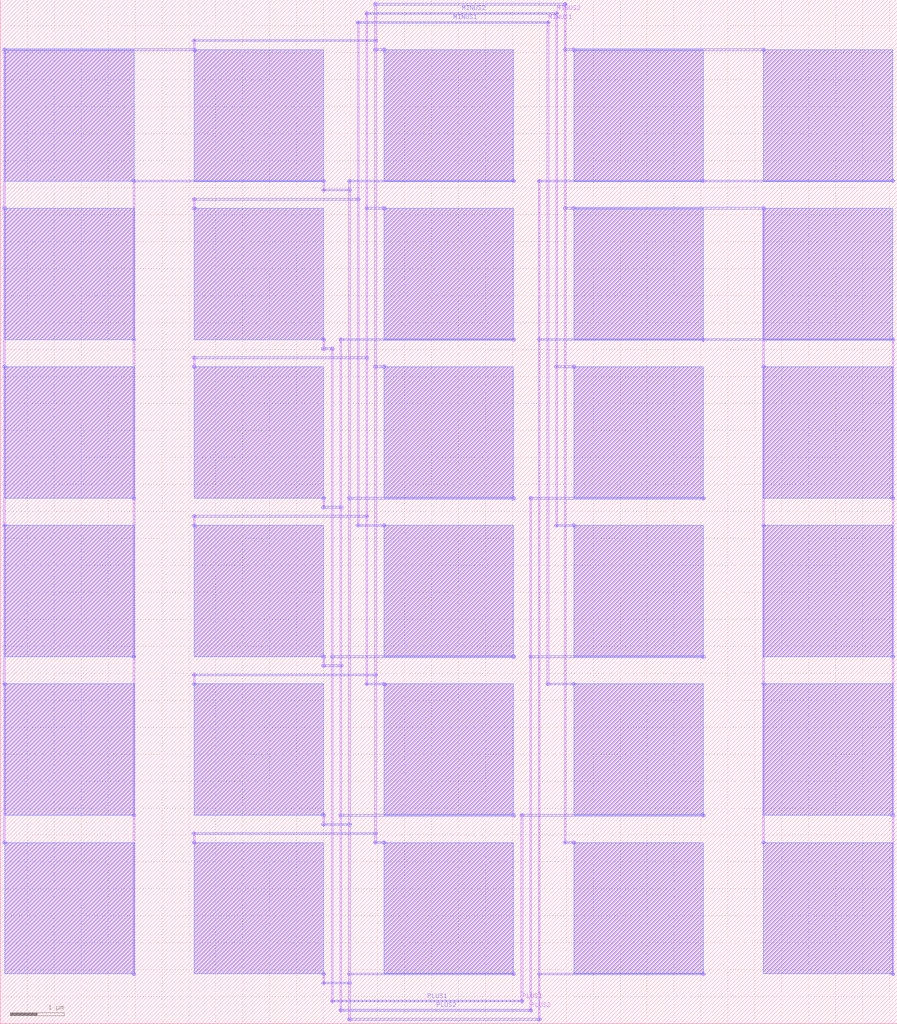
<source format=lef>
MACRO Cap_30fF_Cap_60fF
  ORIGIN 0 0 ;
  FOREIGN Cap_30fF_Cap_60fF 0 0 ;
  SIZE 16.64 BY 18.984 ;
  PIN MINUS1
    DIRECTION INOUT ;
    USE SIGNAL ;
    PORT 
      LAYER M1 ;
        RECT 6.624 18.528 6.656 18.6 ;
      LAYER M2 ;
        RECT 6.604 18.548 6.676 18.58 ;
      LAYER M1 ;
        RECT 10.144 18.528 10.176 18.6 ;
      LAYER M2 ;
        RECT 10.124 18.548 10.196 18.58 ;
      LAYER M2 ;
        RECT 6.64 18.548 10.16 18.58 ;
    END
  END MINUS1
  PIN PLUS1
    DIRECTION INOUT ;
    USE SIGNAL ;
    PORT 
      LAYER M1 ;
        RECT 6.144 0.384 6.176 0.456 ;
      LAYER M2 ;
        RECT 6.124 0.404 6.196 0.436 ;
      LAYER M1 ;
        RECT 9.664 0.384 9.696 0.456 ;
      LAYER M2 ;
        RECT 9.644 0.404 9.716 0.436 ;
      LAYER M2 ;
        RECT 6.16 0.404 9.68 0.436 ;
    END
  END PLUS1
  PIN MINUS2
    DIRECTION INOUT ;
    USE SIGNAL ;
    PORT 
      LAYER M1 ;
        RECT 6.784 18.696 6.816 18.768 ;
      LAYER M2 ;
        RECT 6.764 18.716 6.836 18.748 ;
      LAYER M1 ;
        RECT 10.304 18.696 10.336 18.768 ;
      LAYER M2 ;
        RECT 10.284 18.716 10.356 18.748 ;
      LAYER M2 ;
        RECT 6.8 18.716 10.32 18.748 ;
    END
  END MINUS2
  PIN PLUS2
    DIRECTION INOUT ;
    USE SIGNAL ;
    PORT 
      LAYER M1 ;
        RECT 6.304 0.216 6.336 0.288 ;
      LAYER M2 ;
        RECT 6.284 0.236 6.356 0.268 ;
      LAYER M1 ;
        RECT 9.824 0.216 9.856 0.288 ;
      LAYER M2 ;
        RECT 9.804 0.236 9.876 0.268 ;
      LAYER M2 ;
        RECT 6.32 0.236 9.84 0.268 ;
    END
  END PLUS2
  OBS 
  LAYER M1 ;
        RECT 9.504 6.768 9.536 6.84 ;
  LAYER M2 ;
        RECT 9.484 6.788 9.556 6.82 ;
  LAYER M2 ;
        RECT 6.16 6.788 9.52 6.82 ;
  LAYER M1 ;
        RECT 6.144 6.768 6.176 6.84 ;
  LAYER M2 ;
        RECT 6.124 6.788 6.196 6.82 ;
  LAYER M1 ;
        RECT 5.984 12.648 6.016 12.72 ;
  LAYER M2 ;
        RECT 5.964 12.668 6.036 12.7 ;
  LAYER M1 ;
        RECT 5.984 12.516 6.016 12.684 ;
  LAYER M1 ;
        RECT 5.984 12.48 6.016 12.552 ;
  LAYER M2 ;
        RECT 5.964 12.5 6.036 12.532 ;
  LAYER M2 ;
        RECT 6 12.5 6.16 12.532 ;
  LAYER M1 ;
        RECT 6.144 12.48 6.176 12.552 ;
  LAYER M2 ;
        RECT 6.124 12.5 6.196 12.532 ;
  LAYER M1 ;
        RECT 6.144 0.384 6.176 0.456 ;
  LAYER M2 ;
        RECT 6.124 0.404 6.196 0.436 ;
  LAYER M1 ;
        RECT 6.144 0.42 6.176 0.588 ;
  LAYER M1 ;
        RECT 6.144 0.588 6.176 12.516 ;
  LAYER M1 ;
        RECT 13.024 3.828 13.056 3.9 ;
  LAYER M2 ;
        RECT 13.004 3.848 13.076 3.88 ;
  LAYER M2 ;
        RECT 9.68 3.848 13.04 3.88 ;
  LAYER M1 ;
        RECT 9.664 3.828 9.696 3.9 ;
  LAYER M2 ;
        RECT 9.644 3.848 9.716 3.88 ;
  LAYER M1 ;
        RECT 9.664 0.384 9.696 0.456 ;
  LAYER M2 ;
        RECT 9.644 0.404 9.716 0.436 ;
  LAYER M1 ;
        RECT 9.664 0.42 9.696 0.588 ;
  LAYER M1 ;
        RECT 9.664 0.588 9.696 3.864 ;
  LAYER M2 ;
        RECT 6.16 0.404 9.68 0.436 ;
  LAYER M1 ;
        RECT 5.984 6.768 6.016 6.84 ;
  LAYER M2 ;
        RECT 5.964 6.788 6.036 6.82 ;
  LAYER M1 ;
        RECT 5.984 6.636 6.016 6.804 ;
  LAYER M1 ;
        RECT 5.984 6.6 6.016 6.672 ;
  LAYER M2 ;
        RECT 5.964 6.62 6.036 6.652 ;
  LAYER M2 ;
        RECT 6 6.62 6.32 6.652 ;
  LAYER M1 ;
        RECT 6.304 6.6 6.336 6.672 ;
  LAYER M2 ;
        RECT 6.284 6.62 6.356 6.652 ;
  LAYER M1 ;
        RECT 5.984 9.708 6.016 9.78 ;
  LAYER M2 ;
        RECT 5.964 9.728 6.036 9.76 ;
  LAYER M1 ;
        RECT 5.984 9.576 6.016 9.744 ;
  LAYER M1 ;
        RECT 5.984 9.54 6.016 9.612 ;
  LAYER M2 ;
        RECT 5.964 9.56 6.036 9.592 ;
  LAYER M2 ;
        RECT 6 9.56 6.32 9.592 ;
  LAYER M1 ;
        RECT 6.304 9.54 6.336 9.612 ;
  LAYER M2 ;
        RECT 6.284 9.56 6.356 9.592 ;
  LAYER M1 ;
        RECT 9.504 3.828 9.536 3.9 ;
  LAYER M2 ;
        RECT 9.484 3.848 9.556 3.88 ;
  LAYER M2 ;
        RECT 6.32 3.848 9.52 3.88 ;
  LAYER M1 ;
        RECT 6.304 3.828 6.336 3.9 ;
  LAYER M2 ;
        RECT 6.284 3.848 6.356 3.88 ;
  LAYER M1 ;
        RECT 9.504 12.648 9.536 12.72 ;
  LAYER M2 ;
        RECT 9.484 12.668 9.556 12.7 ;
  LAYER M2 ;
        RECT 6.32 12.668 9.52 12.7 ;
  LAYER M1 ;
        RECT 6.304 12.648 6.336 12.72 ;
  LAYER M2 ;
        RECT 6.284 12.668 6.356 12.7 ;
  LAYER M1 ;
        RECT 6.304 0.216 6.336 0.288 ;
  LAYER M2 ;
        RECT 6.284 0.236 6.356 0.268 ;
  LAYER M1 ;
        RECT 6.304 0.252 6.336 0.588 ;
  LAYER M1 ;
        RECT 6.304 0.588 6.336 12.684 ;
  LAYER M1 ;
        RECT 13.024 9.708 13.056 9.78 ;
  LAYER M2 ;
        RECT 13.004 9.728 13.076 9.76 ;
  LAYER M2 ;
        RECT 9.84 9.728 13.04 9.76 ;
  LAYER M1 ;
        RECT 9.824 9.708 9.856 9.78 ;
  LAYER M2 ;
        RECT 9.804 9.728 9.876 9.76 ;
  LAYER M1 ;
        RECT 13.024 6.768 13.056 6.84 ;
  LAYER M2 ;
        RECT 13.004 6.788 13.076 6.82 ;
  LAYER M2 ;
        RECT 9.84 6.788 13.04 6.82 ;
  LAYER M1 ;
        RECT 9.824 6.768 9.856 6.84 ;
  LAYER M2 ;
        RECT 9.804 6.788 9.876 6.82 ;
  LAYER M1 ;
        RECT 9.824 0.216 9.856 0.288 ;
  LAYER M2 ;
        RECT 9.804 0.236 9.876 0.268 ;
  LAYER M1 ;
        RECT 9.824 0.252 9.856 0.588 ;
  LAYER M1 ;
        RECT 9.824 0.588 9.856 9.744 ;
  LAYER M2 ;
        RECT 6.32 0.236 9.84 0.268 ;
  LAYER M1 ;
        RECT 5.984 0.888 6.016 0.96 ;
  LAYER M2 ;
        RECT 5.964 0.908 6.036 0.94 ;
  LAYER M1 ;
        RECT 5.984 0.756 6.016 0.924 ;
  LAYER M1 ;
        RECT 5.984 0.72 6.016 0.792 ;
  LAYER M2 ;
        RECT 5.964 0.74 6.036 0.772 ;
  LAYER M2 ;
        RECT 6 0.74 6.48 0.772 ;
  LAYER M1 ;
        RECT 6.464 0.72 6.496 0.792 ;
  LAYER M2 ;
        RECT 6.444 0.74 6.516 0.772 ;
  LAYER M1 ;
        RECT 5.984 3.828 6.016 3.9 ;
  LAYER M2 ;
        RECT 5.964 3.848 6.036 3.88 ;
  LAYER M1 ;
        RECT 5.984 3.696 6.016 3.864 ;
  LAYER M1 ;
        RECT 5.984 3.66 6.016 3.732 ;
  LAYER M2 ;
        RECT 5.964 3.68 6.036 3.712 ;
  LAYER M2 ;
        RECT 6 3.68 6.48 3.712 ;
  LAYER M1 ;
        RECT 6.464 3.66 6.496 3.732 ;
  LAYER M2 ;
        RECT 6.444 3.68 6.516 3.712 ;
  LAYER M1 ;
        RECT 5.984 15.588 6.016 15.66 ;
  LAYER M2 ;
        RECT 5.964 15.608 6.036 15.64 ;
  LAYER M1 ;
        RECT 5.984 15.456 6.016 15.624 ;
  LAYER M1 ;
        RECT 5.984 15.42 6.016 15.492 ;
  LAYER M2 ;
        RECT 5.964 15.44 6.036 15.472 ;
  LAYER M2 ;
        RECT 6 15.44 6.48 15.472 ;
  LAYER M1 ;
        RECT 6.464 15.42 6.496 15.492 ;
  LAYER M2 ;
        RECT 6.444 15.44 6.516 15.472 ;
  LAYER M1 ;
        RECT 9.504 0.888 9.536 0.96 ;
  LAYER M2 ;
        RECT 9.484 0.908 9.556 0.94 ;
  LAYER M2 ;
        RECT 6.48 0.908 9.52 0.94 ;
  LAYER M1 ;
        RECT 6.464 0.888 6.496 0.96 ;
  LAYER M2 ;
        RECT 6.444 0.908 6.516 0.94 ;
  LAYER M1 ;
        RECT 9.504 9.708 9.536 9.78 ;
  LAYER M2 ;
        RECT 9.484 9.728 9.556 9.76 ;
  LAYER M2 ;
        RECT 6.48 9.728 9.52 9.76 ;
  LAYER M1 ;
        RECT 6.464 9.708 6.496 9.78 ;
  LAYER M2 ;
        RECT 6.444 9.728 6.516 9.76 ;
  LAYER M1 ;
        RECT 9.504 15.588 9.536 15.66 ;
  LAYER M2 ;
        RECT 9.484 15.608 9.556 15.64 ;
  LAYER M2 ;
        RECT 6.48 15.608 9.52 15.64 ;
  LAYER M1 ;
        RECT 6.464 15.588 6.496 15.66 ;
  LAYER M2 ;
        RECT 6.444 15.608 6.516 15.64 ;
  LAYER M1 ;
        RECT 6.464 0.048 6.496 0.12 ;
  LAYER M2 ;
        RECT 6.444 0.068 6.516 0.1 ;
  LAYER M1 ;
        RECT 6.464 0.084 6.496 0.588 ;
  LAYER M1 ;
        RECT 6.464 0.588 6.496 15.624 ;
  LAYER M1 ;
        RECT 13.024 0.888 13.056 0.96 ;
  LAYER M2 ;
        RECT 13.004 0.908 13.076 0.94 ;
  LAYER M2 ;
        RECT 10 0.908 13.04 0.94 ;
  LAYER M1 ;
        RECT 9.984 0.888 10.016 0.96 ;
  LAYER M2 ;
        RECT 9.964 0.908 10.036 0.94 ;
  LAYER M1 ;
        RECT 13.024 12.648 13.056 12.72 ;
  LAYER M2 ;
        RECT 13.004 12.668 13.076 12.7 ;
  LAYER M2 ;
        RECT 10 12.668 13.04 12.7 ;
  LAYER M1 ;
        RECT 9.984 12.648 10.016 12.72 ;
  LAYER M2 ;
        RECT 9.964 12.668 10.036 12.7 ;
  LAYER M1 ;
        RECT 13.024 15.588 13.056 15.66 ;
  LAYER M2 ;
        RECT 13.004 15.608 13.076 15.64 ;
  LAYER M2 ;
        RECT 10 15.608 13.04 15.64 ;
  LAYER M1 ;
        RECT 9.984 15.588 10.016 15.66 ;
  LAYER M2 ;
        RECT 9.964 15.608 10.036 15.64 ;
  LAYER M1 ;
        RECT 9.984 0.048 10.016 0.12 ;
  LAYER M2 ;
        RECT 9.964 0.068 10.036 0.1 ;
  LAYER M1 ;
        RECT 9.984 0.084 10.016 0.588 ;
  LAYER M1 ;
        RECT 9.984 0.588 10.016 15.624 ;
  LAYER M2 ;
        RECT 6.48 0.068 10 0.1 ;
  LAYER M1 ;
        RECT 2.464 15.588 2.496 15.66 ;
  LAYER M2 ;
        RECT 2.444 15.608 2.516 15.64 ;
  LAYER M2 ;
        RECT 2.48 15.608 6 15.64 ;
  LAYER M1 ;
        RECT 5.984 15.588 6.016 15.66 ;
  LAYER M2 ;
        RECT 5.964 15.608 6.036 15.64 ;
  LAYER M1 ;
        RECT 2.464 12.648 2.496 12.72 ;
  LAYER M2 ;
        RECT 2.444 12.668 2.516 12.7 ;
  LAYER M1 ;
        RECT 2.464 12.684 2.496 15.624 ;
  LAYER M1 ;
        RECT 2.464 15.588 2.496 15.66 ;
  LAYER M2 ;
        RECT 2.444 15.608 2.516 15.64 ;
  LAYER M1 ;
        RECT 2.464 9.708 2.496 9.78 ;
  LAYER M2 ;
        RECT 2.444 9.728 2.516 9.76 ;
  LAYER M1 ;
        RECT 2.464 9.744 2.496 12.684 ;
  LAYER M1 ;
        RECT 2.464 12.648 2.496 12.72 ;
  LAYER M2 ;
        RECT 2.444 12.668 2.516 12.7 ;
  LAYER M1 ;
        RECT 2.464 6.768 2.496 6.84 ;
  LAYER M2 ;
        RECT 2.444 6.788 2.516 6.82 ;
  LAYER M1 ;
        RECT 2.464 6.804 2.496 9.744 ;
  LAYER M1 ;
        RECT 2.464 9.708 2.496 9.78 ;
  LAYER M2 ;
        RECT 2.444 9.728 2.516 9.76 ;
  LAYER M1 ;
        RECT 2.464 3.828 2.496 3.9 ;
  LAYER M2 ;
        RECT 2.444 3.848 2.516 3.88 ;
  LAYER M1 ;
        RECT 2.464 3.864 2.496 6.804 ;
  LAYER M1 ;
        RECT 2.464 6.768 2.496 6.84 ;
  LAYER M2 ;
        RECT 2.444 6.788 2.516 6.82 ;
  LAYER M1 ;
        RECT 2.464 0.888 2.496 0.96 ;
  LAYER M2 ;
        RECT 2.444 0.908 2.516 0.94 ;
  LAYER M1 ;
        RECT 2.464 0.924 2.496 3.864 ;
  LAYER M1 ;
        RECT 2.464 3.828 2.496 3.9 ;
  LAYER M2 ;
        RECT 2.444 3.848 2.516 3.88 ;
  LAYER M1 ;
        RECT 16.544 15.588 16.576 15.66 ;
  LAYER M2 ;
        RECT 16.524 15.608 16.596 15.64 ;
  LAYER M2 ;
        RECT 13.04 15.608 16.56 15.64 ;
  LAYER M1 ;
        RECT 13.024 15.588 13.056 15.66 ;
  LAYER M2 ;
        RECT 13.004 15.608 13.076 15.64 ;
  LAYER M1 ;
        RECT 16.544 12.648 16.576 12.72 ;
  LAYER M2 ;
        RECT 16.524 12.668 16.596 12.7 ;
  LAYER M2 ;
        RECT 13.04 12.668 16.56 12.7 ;
  LAYER M1 ;
        RECT 13.024 12.648 13.056 12.72 ;
  LAYER M2 ;
        RECT 13.004 12.668 13.076 12.7 ;
  LAYER M1 ;
        RECT 16.544 9.708 16.576 9.78 ;
  LAYER M2 ;
        RECT 16.524 9.728 16.596 9.76 ;
  LAYER M1 ;
        RECT 16.544 9.744 16.576 12.684 ;
  LAYER M1 ;
        RECT 16.544 12.648 16.576 12.72 ;
  LAYER M2 ;
        RECT 16.524 12.668 16.596 12.7 ;
  LAYER M1 ;
        RECT 16.544 6.768 16.576 6.84 ;
  LAYER M2 ;
        RECT 16.524 6.788 16.596 6.82 ;
  LAYER M1 ;
        RECT 16.544 6.804 16.576 9.744 ;
  LAYER M1 ;
        RECT 16.544 9.708 16.576 9.78 ;
  LAYER M2 ;
        RECT 16.524 9.728 16.596 9.76 ;
  LAYER M1 ;
        RECT 16.544 3.828 16.576 3.9 ;
  LAYER M2 ;
        RECT 16.524 3.848 16.596 3.88 ;
  LAYER M1 ;
        RECT 16.544 3.864 16.576 6.804 ;
  LAYER M1 ;
        RECT 16.544 6.768 16.576 6.84 ;
  LAYER M2 ;
        RECT 16.524 6.788 16.596 6.82 ;
  LAYER M1 ;
        RECT 16.544 0.888 16.576 0.96 ;
  LAYER M2 ;
        RECT 16.524 0.908 16.596 0.94 ;
  LAYER M1 ;
        RECT 16.544 0.924 16.576 3.864 ;
  LAYER M1 ;
        RECT 16.544 3.828 16.576 3.9 ;
  LAYER M2 ;
        RECT 16.524 3.848 16.596 3.88 ;
  LAYER M1 ;
        RECT 7.104 9.204 7.136 9.276 ;
  LAYER M2 ;
        RECT 7.084 9.224 7.156 9.256 ;
  LAYER M2 ;
        RECT 6.64 9.224 7.12 9.256 ;
  LAYER M1 ;
        RECT 6.624 9.204 6.656 9.276 ;
  LAYER M2 ;
        RECT 6.604 9.224 6.676 9.256 ;
  LAYER M1 ;
        RECT 3.584 15.084 3.616 15.156 ;
  LAYER M2 ;
        RECT 3.564 15.104 3.636 15.136 ;
  LAYER M1 ;
        RECT 3.584 15.12 3.616 15.288 ;
  LAYER M1 ;
        RECT 3.584 15.252 3.616 15.324 ;
  LAYER M2 ;
        RECT 3.564 15.272 3.636 15.304 ;
  LAYER M2 ;
        RECT 3.6 15.272 6.64 15.304 ;
  LAYER M1 ;
        RECT 6.624 15.252 6.656 15.324 ;
  LAYER M2 ;
        RECT 6.604 15.272 6.676 15.304 ;
  LAYER M1 ;
        RECT 6.624 18.528 6.656 18.6 ;
  LAYER M2 ;
        RECT 6.604 18.548 6.676 18.58 ;
  LAYER M1 ;
        RECT 6.624 18.396 6.656 18.564 ;
  LAYER M1 ;
        RECT 6.624 9.24 6.656 18.396 ;
  LAYER M1 ;
        RECT 10.624 6.264 10.656 6.336 ;
  LAYER M2 ;
        RECT 10.604 6.284 10.676 6.316 ;
  LAYER M2 ;
        RECT 10.16 6.284 10.64 6.316 ;
  LAYER M1 ;
        RECT 10.144 6.264 10.176 6.336 ;
  LAYER M2 ;
        RECT 10.124 6.284 10.196 6.316 ;
  LAYER M1 ;
        RECT 10.144 18.528 10.176 18.6 ;
  LAYER M2 ;
        RECT 10.124 18.548 10.196 18.58 ;
  LAYER M1 ;
        RECT 10.144 18.396 10.176 18.564 ;
  LAYER M1 ;
        RECT 10.144 6.3 10.176 18.396 ;
  LAYER M2 ;
        RECT 6.64 18.548 10.16 18.58 ;
  LAYER M1 ;
        RECT 3.584 9.204 3.616 9.276 ;
  LAYER M2 ;
        RECT 3.564 9.224 3.636 9.256 ;
  LAYER M1 ;
        RECT 3.584 9.24 3.616 9.408 ;
  LAYER M1 ;
        RECT 3.584 9.372 3.616 9.444 ;
  LAYER M2 ;
        RECT 3.564 9.392 3.636 9.424 ;
  LAYER M2 ;
        RECT 3.6 9.392 6.8 9.424 ;
  LAYER M1 ;
        RECT 6.784 9.372 6.816 9.444 ;
  LAYER M2 ;
        RECT 6.764 9.392 6.836 9.424 ;
  LAYER M1 ;
        RECT 3.584 12.144 3.616 12.216 ;
  LAYER M2 ;
        RECT 3.564 12.164 3.636 12.196 ;
  LAYER M1 ;
        RECT 3.584 12.18 3.616 12.348 ;
  LAYER M1 ;
        RECT 3.584 12.312 3.616 12.384 ;
  LAYER M2 ;
        RECT 3.564 12.332 3.636 12.364 ;
  LAYER M2 ;
        RECT 3.6 12.332 6.8 12.364 ;
  LAYER M1 ;
        RECT 6.784 12.312 6.816 12.384 ;
  LAYER M2 ;
        RECT 6.764 12.332 6.836 12.364 ;
  LAYER M1 ;
        RECT 7.104 6.264 7.136 6.336 ;
  LAYER M2 ;
        RECT 7.084 6.284 7.156 6.316 ;
  LAYER M2 ;
        RECT 6.8 6.284 7.12 6.316 ;
  LAYER M1 ;
        RECT 6.784 6.264 6.816 6.336 ;
  LAYER M2 ;
        RECT 6.764 6.284 6.836 6.316 ;
  LAYER M1 ;
        RECT 7.104 15.084 7.136 15.156 ;
  LAYER M2 ;
        RECT 7.084 15.104 7.156 15.136 ;
  LAYER M2 ;
        RECT 6.8 15.104 7.12 15.136 ;
  LAYER M1 ;
        RECT 6.784 15.084 6.816 15.156 ;
  LAYER M2 ;
        RECT 6.764 15.104 6.836 15.136 ;
  LAYER M1 ;
        RECT 6.784 18.696 6.816 18.768 ;
  LAYER M2 ;
        RECT 6.764 18.716 6.836 18.748 ;
  LAYER M1 ;
        RECT 6.784 18.396 6.816 18.732 ;
  LAYER M1 ;
        RECT 6.784 6.3 6.816 18.396 ;
  LAYER M1 ;
        RECT 10.624 12.144 10.656 12.216 ;
  LAYER M2 ;
        RECT 10.604 12.164 10.676 12.196 ;
  LAYER M2 ;
        RECT 10.32 12.164 10.64 12.196 ;
  LAYER M1 ;
        RECT 10.304 12.144 10.336 12.216 ;
  LAYER M2 ;
        RECT 10.284 12.164 10.356 12.196 ;
  LAYER M1 ;
        RECT 10.624 9.204 10.656 9.276 ;
  LAYER M2 ;
        RECT 10.604 9.224 10.676 9.256 ;
  LAYER M2 ;
        RECT 10.32 9.224 10.64 9.256 ;
  LAYER M1 ;
        RECT 10.304 9.204 10.336 9.276 ;
  LAYER M2 ;
        RECT 10.284 9.224 10.356 9.256 ;
  LAYER M1 ;
        RECT 10.304 18.696 10.336 18.768 ;
  LAYER M2 ;
        RECT 10.284 18.716 10.356 18.748 ;
  LAYER M1 ;
        RECT 10.304 18.396 10.336 18.732 ;
  LAYER M1 ;
        RECT 10.304 9.24 10.336 18.396 ;
  LAYER M2 ;
        RECT 6.8 18.716 10.32 18.748 ;
  LAYER M1 ;
        RECT 3.584 3.324 3.616 3.396 ;
  LAYER M2 ;
        RECT 3.564 3.344 3.636 3.376 ;
  LAYER M1 ;
        RECT 3.584 3.36 3.616 3.528 ;
  LAYER M1 ;
        RECT 3.584 3.492 3.616 3.564 ;
  LAYER M2 ;
        RECT 3.564 3.512 3.636 3.544 ;
  LAYER M2 ;
        RECT 3.6 3.512 6.96 3.544 ;
  LAYER M1 ;
        RECT 6.944 3.492 6.976 3.564 ;
  LAYER M2 ;
        RECT 6.924 3.512 6.996 3.544 ;
  LAYER M1 ;
        RECT 3.584 6.264 3.616 6.336 ;
  LAYER M2 ;
        RECT 3.564 6.284 3.636 6.316 ;
  LAYER M1 ;
        RECT 3.584 6.3 3.616 6.468 ;
  LAYER M1 ;
        RECT 3.584 6.432 3.616 6.504 ;
  LAYER M2 ;
        RECT 3.564 6.452 3.636 6.484 ;
  LAYER M2 ;
        RECT 3.6 6.452 6.96 6.484 ;
  LAYER M1 ;
        RECT 6.944 6.432 6.976 6.504 ;
  LAYER M2 ;
        RECT 6.924 6.452 6.996 6.484 ;
  LAYER M1 ;
        RECT 3.584 18.024 3.616 18.096 ;
  LAYER M2 ;
        RECT 3.564 18.044 3.636 18.076 ;
  LAYER M1 ;
        RECT 3.584 18.06 3.616 18.228 ;
  LAYER M1 ;
        RECT 3.584 18.192 3.616 18.264 ;
  LAYER M2 ;
        RECT 3.564 18.212 3.636 18.244 ;
  LAYER M2 ;
        RECT 3.6 18.212 6.96 18.244 ;
  LAYER M1 ;
        RECT 6.944 18.192 6.976 18.264 ;
  LAYER M2 ;
        RECT 6.924 18.212 6.996 18.244 ;
  LAYER M1 ;
        RECT 7.104 3.324 7.136 3.396 ;
  LAYER M2 ;
        RECT 7.084 3.344 7.156 3.376 ;
  LAYER M2 ;
        RECT 6.96 3.344 7.12 3.376 ;
  LAYER M1 ;
        RECT 6.944 3.324 6.976 3.396 ;
  LAYER M2 ;
        RECT 6.924 3.344 6.996 3.376 ;
  LAYER M1 ;
        RECT 7.104 12.144 7.136 12.216 ;
  LAYER M2 ;
        RECT 7.084 12.164 7.156 12.196 ;
  LAYER M2 ;
        RECT 6.96 12.164 7.12 12.196 ;
  LAYER M1 ;
        RECT 6.944 12.144 6.976 12.216 ;
  LAYER M2 ;
        RECT 6.924 12.164 6.996 12.196 ;
  LAYER M1 ;
        RECT 7.104 18.024 7.136 18.096 ;
  LAYER M2 ;
        RECT 7.084 18.044 7.156 18.076 ;
  LAYER M2 ;
        RECT 6.96 18.044 7.12 18.076 ;
  LAYER M1 ;
        RECT 6.944 18.024 6.976 18.096 ;
  LAYER M2 ;
        RECT 6.924 18.044 6.996 18.076 ;
  LAYER M1 ;
        RECT 6.944 18.864 6.976 18.936 ;
  LAYER M2 ;
        RECT 6.924 18.884 6.996 18.916 ;
  LAYER M1 ;
        RECT 6.944 18.396 6.976 18.9 ;
  LAYER M1 ;
        RECT 6.944 3.36 6.976 18.396 ;
  LAYER M1 ;
        RECT 10.624 3.324 10.656 3.396 ;
  LAYER M2 ;
        RECT 10.604 3.344 10.676 3.376 ;
  LAYER M2 ;
        RECT 10.48 3.344 10.64 3.376 ;
  LAYER M1 ;
        RECT 10.464 3.324 10.496 3.396 ;
  LAYER M2 ;
        RECT 10.444 3.344 10.516 3.376 ;
  LAYER M1 ;
        RECT 10.624 15.084 10.656 15.156 ;
  LAYER M2 ;
        RECT 10.604 15.104 10.676 15.136 ;
  LAYER M2 ;
        RECT 10.48 15.104 10.64 15.136 ;
  LAYER M1 ;
        RECT 10.464 15.084 10.496 15.156 ;
  LAYER M2 ;
        RECT 10.444 15.104 10.516 15.136 ;
  LAYER M1 ;
        RECT 10.624 18.024 10.656 18.096 ;
  LAYER M2 ;
        RECT 10.604 18.044 10.676 18.076 ;
  LAYER M2 ;
        RECT 10.48 18.044 10.64 18.076 ;
  LAYER M1 ;
        RECT 10.464 18.024 10.496 18.096 ;
  LAYER M2 ;
        RECT 10.444 18.044 10.516 18.076 ;
  LAYER M1 ;
        RECT 10.464 18.864 10.496 18.936 ;
  LAYER M2 ;
        RECT 10.444 18.884 10.516 18.916 ;
  LAYER M1 ;
        RECT 10.464 18.396 10.496 18.9 ;
  LAYER M1 ;
        RECT 10.464 3.36 10.496 18.396 ;
  LAYER M2 ;
        RECT 6.96 18.884 10.48 18.916 ;
  LAYER M1 ;
        RECT 0.064 18.024 0.096 18.096 ;
  LAYER M2 ;
        RECT 0.044 18.044 0.116 18.076 ;
  LAYER M2 ;
        RECT 0.08 18.044 3.6 18.076 ;
  LAYER M1 ;
        RECT 3.584 18.024 3.616 18.096 ;
  LAYER M2 ;
        RECT 3.564 18.044 3.636 18.076 ;
  LAYER M1 ;
        RECT 0.064 15.084 0.096 15.156 ;
  LAYER M2 ;
        RECT 0.044 15.104 0.116 15.136 ;
  LAYER M1 ;
        RECT 0.064 15.12 0.096 18.06 ;
  LAYER M1 ;
        RECT 0.064 18.024 0.096 18.096 ;
  LAYER M2 ;
        RECT 0.044 18.044 0.116 18.076 ;
  LAYER M1 ;
        RECT 0.064 12.144 0.096 12.216 ;
  LAYER M2 ;
        RECT 0.044 12.164 0.116 12.196 ;
  LAYER M1 ;
        RECT 0.064 12.18 0.096 15.12 ;
  LAYER M1 ;
        RECT 0.064 15.084 0.096 15.156 ;
  LAYER M2 ;
        RECT 0.044 15.104 0.116 15.136 ;
  LAYER M1 ;
        RECT 0.064 9.204 0.096 9.276 ;
  LAYER M2 ;
        RECT 0.044 9.224 0.116 9.256 ;
  LAYER M1 ;
        RECT 0.064 9.24 0.096 12.18 ;
  LAYER M1 ;
        RECT 0.064 12.144 0.096 12.216 ;
  LAYER M2 ;
        RECT 0.044 12.164 0.116 12.196 ;
  LAYER M1 ;
        RECT 0.064 6.264 0.096 6.336 ;
  LAYER M2 ;
        RECT 0.044 6.284 0.116 6.316 ;
  LAYER M1 ;
        RECT 0.064 6.3 0.096 9.24 ;
  LAYER M1 ;
        RECT 0.064 9.204 0.096 9.276 ;
  LAYER M2 ;
        RECT 0.044 9.224 0.116 9.256 ;
  LAYER M1 ;
        RECT 0.064 3.324 0.096 3.396 ;
  LAYER M2 ;
        RECT 0.044 3.344 0.116 3.376 ;
  LAYER M1 ;
        RECT 0.064 3.36 0.096 6.3 ;
  LAYER M1 ;
        RECT 0.064 6.264 0.096 6.336 ;
  LAYER M2 ;
        RECT 0.044 6.284 0.116 6.316 ;
  LAYER M1 ;
        RECT 14.144 18.024 14.176 18.096 ;
  LAYER M2 ;
        RECT 14.124 18.044 14.196 18.076 ;
  LAYER M2 ;
        RECT 10.64 18.044 14.16 18.076 ;
  LAYER M1 ;
        RECT 10.624 18.024 10.656 18.096 ;
  LAYER M2 ;
        RECT 10.604 18.044 10.676 18.076 ;
  LAYER M1 ;
        RECT 14.144 15.084 14.176 15.156 ;
  LAYER M2 ;
        RECT 14.124 15.104 14.196 15.136 ;
  LAYER M2 ;
        RECT 10.64 15.104 14.16 15.136 ;
  LAYER M1 ;
        RECT 10.624 15.084 10.656 15.156 ;
  LAYER M2 ;
        RECT 10.604 15.104 10.676 15.136 ;
  LAYER M1 ;
        RECT 14.144 12.144 14.176 12.216 ;
  LAYER M2 ;
        RECT 14.124 12.164 14.196 12.196 ;
  LAYER M1 ;
        RECT 14.144 12.18 14.176 15.12 ;
  LAYER M1 ;
        RECT 14.144 15.084 14.176 15.156 ;
  LAYER M2 ;
        RECT 14.124 15.104 14.196 15.136 ;
  LAYER M1 ;
        RECT 14.144 9.204 14.176 9.276 ;
  LAYER M2 ;
        RECT 14.124 9.224 14.196 9.256 ;
  LAYER M1 ;
        RECT 14.144 9.24 14.176 12.18 ;
  LAYER M1 ;
        RECT 14.144 12.144 14.176 12.216 ;
  LAYER M2 ;
        RECT 14.124 12.164 14.196 12.196 ;
  LAYER M1 ;
        RECT 14.144 6.264 14.176 6.336 ;
  LAYER M2 ;
        RECT 14.124 6.284 14.196 6.316 ;
  LAYER M1 ;
        RECT 14.144 6.3 14.176 9.24 ;
  LAYER M1 ;
        RECT 14.144 9.204 14.176 9.276 ;
  LAYER M2 ;
        RECT 14.124 9.224 14.196 9.256 ;
  LAYER M1 ;
        RECT 14.144 3.324 14.176 3.396 ;
  LAYER M2 ;
        RECT 14.124 3.344 14.196 3.376 ;
  LAYER M1 ;
        RECT 14.144 3.36 14.176 6.3 ;
  LAYER M1 ;
        RECT 14.144 6.264 14.176 6.336 ;
  LAYER M2 ;
        RECT 14.124 6.284 14.196 6.316 ;
  LAYER M1 ;
        RECT 0.08 0.924 2.48 3.36 ;
  LAYER M2 ;
        RECT 0.08 0.924 2.48 3.36 ;
  LAYER M3 ;
        RECT 0.08 0.924 2.48 3.36 ;
  LAYER M1 ;
        RECT 0.08 3.864 2.48 6.3 ;
  LAYER M2 ;
        RECT 0.08 3.864 2.48 6.3 ;
  LAYER M3 ;
        RECT 0.08 3.864 2.48 6.3 ;
  LAYER M1 ;
        RECT 0.08 6.804 2.48 9.24 ;
  LAYER M2 ;
        RECT 0.08 6.804 2.48 9.24 ;
  LAYER M3 ;
        RECT 0.08 6.804 2.48 9.24 ;
  LAYER M1 ;
        RECT 0.08 9.744 2.48 12.18 ;
  LAYER M2 ;
        RECT 0.08 9.744 2.48 12.18 ;
  LAYER M3 ;
        RECT 0.08 9.744 2.48 12.18 ;
  LAYER M1 ;
        RECT 0.08 12.684 2.48 15.12 ;
  LAYER M2 ;
        RECT 0.08 12.684 2.48 15.12 ;
  LAYER M3 ;
        RECT 0.08 12.684 2.48 15.12 ;
  LAYER M1 ;
        RECT 0.08 15.624 2.48 18.06 ;
  LAYER M2 ;
        RECT 0.08 15.624 2.48 18.06 ;
  LAYER M3 ;
        RECT 0.08 15.624 2.48 18.06 ;
  LAYER M1 ;
        RECT 3.6 0.924 6 3.36 ;
  LAYER M2 ;
        RECT 3.6 0.924 6 3.36 ;
  LAYER M3 ;
        RECT 3.6 0.924 6 3.36 ;
  LAYER M1 ;
        RECT 3.6 3.864 6 6.3 ;
  LAYER M2 ;
        RECT 3.6 3.864 6 6.3 ;
  LAYER M3 ;
        RECT 3.6 3.864 6 6.3 ;
  LAYER M1 ;
        RECT 3.6 6.804 6 9.24 ;
  LAYER M2 ;
        RECT 3.6 6.804 6 9.24 ;
  LAYER M3 ;
        RECT 3.6 6.804 6 9.24 ;
  LAYER M1 ;
        RECT 3.6 9.744 6 12.18 ;
  LAYER M2 ;
        RECT 3.6 9.744 6 12.18 ;
  LAYER M3 ;
        RECT 3.6 9.744 6 12.18 ;
  LAYER M1 ;
        RECT 3.6 12.684 6 15.12 ;
  LAYER M2 ;
        RECT 3.6 12.684 6 15.12 ;
  LAYER M3 ;
        RECT 3.6 12.684 6 15.12 ;
  LAYER M1 ;
        RECT 3.6 15.624 6 18.06 ;
  LAYER M2 ;
        RECT 3.6 15.624 6 18.06 ;
  LAYER M3 ;
        RECT 3.6 15.624 6 18.06 ;
  LAYER M1 ;
        RECT 7.12 0.924 9.52 3.36 ;
  LAYER M2 ;
        RECT 7.12 0.924 9.52 3.36 ;
  LAYER M3 ;
        RECT 7.12 0.924 9.52 3.36 ;
  LAYER M1 ;
        RECT 7.12 3.864 9.52 6.3 ;
  LAYER M2 ;
        RECT 7.12 3.864 9.52 6.3 ;
  LAYER M3 ;
        RECT 7.12 3.864 9.52 6.3 ;
  LAYER M1 ;
        RECT 7.12 6.804 9.52 9.24 ;
  LAYER M2 ;
        RECT 7.12 6.804 9.52 9.24 ;
  LAYER M3 ;
        RECT 7.12 6.804 9.52 9.24 ;
  LAYER M1 ;
        RECT 7.12 9.744 9.52 12.18 ;
  LAYER M2 ;
        RECT 7.12 9.744 9.52 12.18 ;
  LAYER M3 ;
        RECT 7.12 9.744 9.52 12.18 ;
  LAYER M1 ;
        RECT 7.12 12.684 9.52 15.12 ;
  LAYER M2 ;
        RECT 7.12 12.684 9.52 15.12 ;
  LAYER M3 ;
        RECT 7.12 12.684 9.52 15.12 ;
  LAYER M1 ;
        RECT 7.12 15.624 9.52 18.06 ;
  LAYER M2 ;
        RECT 7.12 15.624 9.52 18.06 ;
  LAYER M3 ;
        RECT 7.12 15.624 9.52 18.06 ;
  LAYER M1 ;
        RECT 10.64 0.924 13.04 3.36 ;
  LAYER M2 ;
        RECT 10.64 0.924 13.04 3.36 ;
  LAYER M3 ;
        RECT 10.64 0.924 13.04 3.36 ;
  LAYER M1 ;
        RECT 10.64 3.864 13.04 6.3 ;
  LAYER M2 ;
        RECT 10.64 3.864 13.04 6.3 ;
  LAYER M3 ;
        RECT 10.64 3.864 13.04 6.3 ;
  LAYER M1 ;
        RECT 10.64 6.804 13.04 9.24 ;
  LAYER M2 ;
        RECT 10.64 6.804 13.04 9.24 ;
  LAYER M3 ;
        RECT 10.64 6.804 13.04 9.24 ;
  LAYER M1 ;
        RECT 10.64 9.744 13.04 12.18 ;
  LAYER M2 ;
        RECT 10.64 9.744 13.04 12.18 ;
  LAYER M3 ;
        RECT 10.64 9.744 13.04 12.18 ;
  LAYER M1 ;
        RECT 10.64 12.684 13.04 15.12 ;
  LAYER M2 ;
        RECT 10.64 12.684 13.04 15.12 ;
  LAYER M3 ;
        RECT 10.64 12.684 13.04 15.12 ;
  LAYER M1 ;
        RECT 10.64 15.624 13.04 18.06 ;
  LAYER M2 ;
        RECT 10.64 15.624 13.04 18.06 ;
  LAYER M3 ;
        RECT 10.64 15.624 13.04 18.06 ;
  LAYER M1 ;
        RECT 14.16 0.924 16.56 3.36 ;
  LAYER M2 ;
        RECT 14.16 0.924 16.56 3.36 ;
  LAYER M3 ;
        RECT 14.16 0.924 16.56 3.36 ;
  LAYER M1 ;
        RECT 14.16 3.864 16.56 6.3 ;
  LAYER M2 ;
        RECT 14.16 3.864 16.56 6.3 ;
  LAYER M3 ;
        RECT 14.16 3.864 16.56 6.3 ;
  LAYER M1 ;
        RECT 14.16 6.804 16.56 9.24 ;
  LAYER M2 ;
        RECT 14.16 6.804 16.56 9.24 ;
  LAYER M3 ;
        RECT 14.16 6.804 16.56 9.24 ;
  LAYER M1 ;
        RECT 14.16 9.744 16.56 12.18 ;
  LAYER M2 ;
        RECT 14.16 9.744 16.56 12.18 ;
  LAYER M3 ;
        RECT 14.16 9.744 16.56 12.18 ;
  LAYER M1 ;
        RECT 14.16 12.684 16.56 15.12 ;
  LAYER M2 ;
        RECT 14.16 12.684 16.56 15.12 ;
  LAYER M3 ;
        RECT 14.16 12.684 16.56 15.12 ;
  LAYER M1 ;
        RECT 14.16 15.624 16.56 18.06 ;
  LAYER M2 ;
        RECT 14.16 15.624 16.56 18.06 ;
  LAYER M3 ;
        RECT 14.16 15.624 16.56 18.06 ;
  END 
END Cap_30fF_Cap_60fF

</source>
